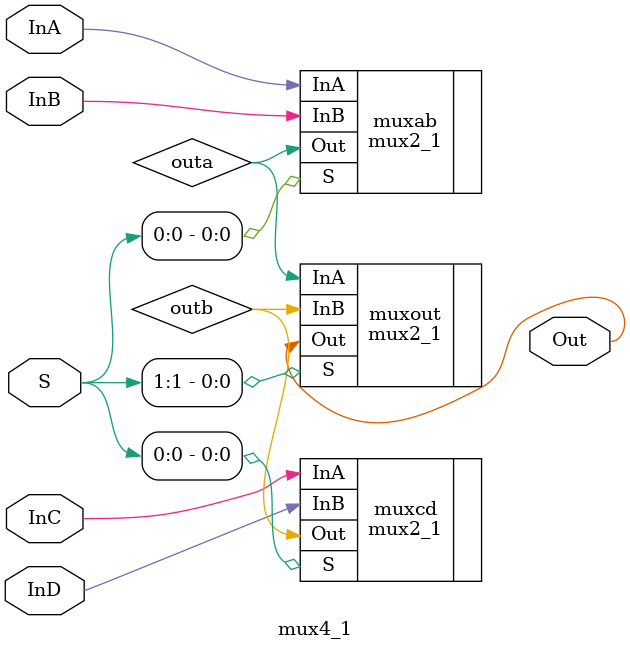
<source format=v>
/*
    CS/ECE 552 Spring '19
    Homework #3, Problem 1

    4-1 mux template
*/
module mux4_1(InA, InB, InC, InD, S, Out);
    input        InA, InB, InC, InD;
    input [1:0]  S;
    output       Out;

    // YOUR CODE HERE
    //assign Out = S[1] : mux2_1(InC,InD,S[0],Out) ?
    //                    mux2_1(InA,InB,S[0],Out);

    wire outa, outb; //intermediates

    mux2_1 muxab(.InA(InA),.InB(InB),.S(S[0]),.Out(outa)); //choose A or B based on lower select
    mux2_1 muxcd(.InA(InC),.InB(InD),.S(S[0]),.Out(outb)); //choose C or D based on lower select
    mux2_1 muxout(.InA(outa),.InB(outb),.S(S[1]),.Out(Out)); //choose outa or outb based on upper select

endmodule

</source>
